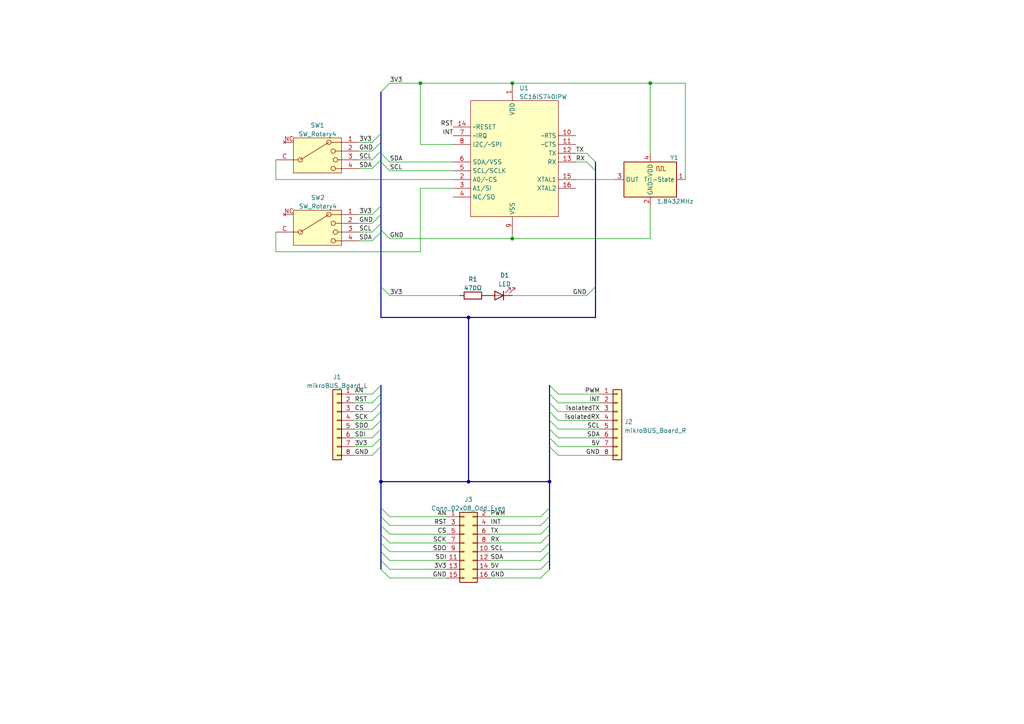
<source format=kicad_sch>
(kicad_sch (version 20211123) (generator eeschema)
  (paper "A4")
  (lib_symbols
    (symbol "Connector_Generic:Conn_01x08" (pin_names (offset 1.016) hide)
      (property "Reference" "J" (at 0 10.16 0))
      (property "Value" "Conn_01x08" (at 0 -12.7 0))
      (symbol "Conn_01x08_1_1"
        (rectangle (start -1.27 -10.033) (end 0 -10.287) (stroke (width 0.1524)))
        (rectangle (start -1.27 -7.493) (end 0 -7.747) (stroke (width 0.1524)))
        (rectangle (start -1.27 -4.953) (end 0 -5.207) (stroke (width 0.1524)))
        (rectangle (start -1.27 -2.413) (end 0 -2.667) (stroke (width 0.1524)))
        (rectangle (start -1.27 0.127) (end 0 -0.127) (stroke (width 0.1524)))
        (rectangle (start -1.27 2.667) (end 0 2.413) (stroke (width 0.1524)))
        (rectangle (start -1.27 5.207) (end 0 4.953) (stroke (width 0.1524)))
        (rectangle (start -1.27 7.747) (end 0 7.493) (stroke (width 0.1524)))
        (rectangle (start -1.27 8.89) (end 1.27 -11.43) (stroke (width 0.254)) (fill (type background)))
        (pin passive line (at -5.08 7.62 0) (length 3.81) (name "Pin_1") (number "1"))
        (pin passive line (at -5.08 5.08 0) (length 3.81) (name "Pin_2") (number "2"))
        (pin passive line (at -5.08 2.54 0) (length 3.81) (name "Pin_3") (number "3"))
        (pin passive line (at -5.08 0 0) (length 3.81) (name "Pin_4") (number "4"))
        (pin passive line (at -5.08 -2.54 0) (length 3.81) (name "Pin_5") (number "5"))
        (pin passive line (at -5.08 -5.08 0) (length 3.81) (name "Pin_6") (number "6"))
        (pin passive line (at -5.08 -7.62 0) (length 3.81) (name "Pin_7") (number "7"))
        (pin passive line (at -5.08 -10.16 0) (length 3.81) (name "Pin_8") (number "8"))
      )
    )
    (symbol "Connector_Generic:Conn_02x08_Odd_Even" (pin_names (offset 1.016) hide)
      (property "Reference" "J" (at 1.27 10.16 0))
      (property "Value" "Conn_02x08_Odd_Even" (at 1.27 -12.7 0))
      (symbol "Conn_02x08_Odd_Even_1_1"
        (rectangle (start -1.27 -10.033) (end 0 -10.287) (stroke (width 0.1524)))
        (rectangle (start -1.27 -7.493) (end 0 -7.747) (stroke (width 0.1524)))
        (rectangle (start -1.27 -4.953) (end 0 -5.207) (stroke (width 0.1524)))
        (rectangle (start -1.27 -2.413) (end 0 -2.667) (stroke (width 0.1524)))
        (rectangle (start -1.27 0.127) (end 0 -0.127) (stroke (width 0.1524)))
        (rectangle (start -1.27 2.667) (end 0 2.413) (stroke (width 0.1524)))
        (rectangle (start -1.27 5.207) (end 0 4.953) (stroke (width 0.1524)))
        (rectangle (start -1.27 7.747) (end 0 7.493) (stroke (width 0.1524)))
        (rectangle (start -1.27 8.89) (end 3.81 -11.43) (stroke (width 0.254)) (fill (type background)))
        (rectangle (start 3.81 -10.033) (end 2.54 -10.287) (stroke (width 0.1524)))
        (rectangle (start 3.81 -7.493) (end 2.54 -7.747) (stroke (width 0.1524)))
        (rectangle (start 3.81 -4.953) (end 2.54 -5.207) (stroke (width 0.1524)))
        (rectangle (start 3.81 -2.413) (end 2.54 -2.667) (stroke (width 0.1524)))
        (rectangle (start 3.81 0.127) (end 2.54 -0.127) (stroke (width 0.1524)))
        (rectangle (start 3.81 2.667) (end 2.54 2.413) (stroke (width 0.1524)))
        (rectangle (start 3.81 5.207) (end 2.54 4.953) (stroke (width 0.1524)))
        (rectangle (start 3.81 7.747) (end 2.54 7.493) (stroke (width 0.1524)))
        (pin passive line (at -5.08 7.62 0) (length 3.81) (name "Pin_1") (number "1"))
        (pin passive line (at 7.62 -2.54 180) (length 3.81) (name "Pin_10") (number "10"))
        (pin passive line (at -5.08 -5.08 0) (length 3.81) (name "Pin_11") (number "11"))
        (pin passive line (at 7.62 -5.08 180) (length 3.81) (name "Pin_12") (number "12"))
        (pin passive line (at -5.08 -7.62 0) (length 3.81) (name "Pin_13") (number "13"))
        (pin passive line (at 7.62 -7.62 180) (length 3.81) (name "Pin_14") (number "14"))
        (pin passive line (at -5.08 -10.16 0) (length 3.81) (name "Pin_15") (number "15"))
        (pin passive line (at 7.62 -10.16 180) (length 3.81) (name "Pin_16") (number "16"))
        (pin passive line (at 7.62 7.62 180) (length 3.81) (name "Pin_2") (number "2"))
        (pin passive line (at -5.08 5.08 0) (length 3.81) (name "Pin_3") (number "3"))
        (pin passive line (at 7.62 5.08 180) (length 3.81) (name "Pin_4") (number "4"))
        (pin passive line (at -5.08 2.54 0) (length 3.81) (name "Pin_5") (number "5"))
        (pin passive line (at 7.62 2.54 180) (length 3.81) (name "Pin_6") (number "6"))
        (pin passive line (at -5.08 0 0) (length 3.81) (name "Pin_7") (number "7"))
        (pin passive line (at 7.62 0 180) (length 3.81) (name "Pin_8") (number "8"))
        (pin passive line (at -5.08 -2.54 0) (length 3.81) (name "Pin_9") (number "9"))
      )
    )
    (symbol "Device:LED" (pin_numbers hide) (pin_names (offset 1.016) hide)
      (property "Reference" "D" (at 0 2.54 0))
      (property "Value" "LED" (at 0 -2.54 0))
      (symbol "LED_0_1"
        (polyline (pts (xy -1.27 -1.27) (xy -1.27 1.27)) (stroke (width 0.254)))
        (polyline (pts (xy -1.27 0) (xy 1.27 0)))
        (polyline (pts (xy 1.27 -1.27) (xy 1.27 1.27) (xy -1.27 0) (xy 1.27 -1.27)) (stroke (width 0.254)))
        (polyline (pts (xy -3.048 -0.762) (xy -4.572 -2.286) (xy -3.81 -2.286) (xy -4.572 -2.286) (xy -4.572 -1.524)))
        (polyline (pts (xy -1.778 -0.762) (xy -3.302 -2.286) (xy -2.54 -2.286) (xy -3.302 -2.286) (xy -3.302 -1.524)))
      )
      (symbol "LED_1_1"
        (pin passive line (at -3.81 0 0) (length 2.54) (name "K") (number "1"))
        (pin passive line (at 3.81 0 180) (length 2.54) (name "A") (number "2"))
      )
    )
    (symbol "Device:R" (pin_numbers hide) (pin_names (offset 0))
      (property "Reference" "R" (at 2.032 0 90))
      (property "Value" "R" (at 0 0 90))
      (symbol "R_0_1"
        (rectangle (start -1.016 -2.54) (end 1.016 2.54) (stroke (width 0.254)))
      )
      (symbol "R_1_1"
        (pin passive line (at 0 3.81 270) (length 1.27) (name "~") (number "1"))
        (pin passive line (at 0 -3.81 90) (length 1.27) (name "~") (number "2"))
      )
    )
    (symbol "Interface_I2C:SC16IS740IPW"
      (property "Reference" "U" (at 10.795 17.78 0))
      (property "Value" "SC16IS740IPW" (at 7.112 -18.542 0))
      (symbol "SC16IS740IPW_0_1"
        (rectangle (start -12.065 16.51) (end 13.335 -17.145) (stroke (width 0.1524)) (fill (type background)))
      )
      (symbol "SC16IS740IPW_1_1"
        (pin power_in line (at 0 21.59 270) (length 5.08) (name "VDD") (number "1"))
        (pin output line (at 18.415 6.35 180) (length 5.08) (name "~RTS") (number "10"))
        (pin input line (at 18.415 3.81 180) (length 5.08) (name "~CTS") (number "11"))
        (pin output line (at 18.415 1.27 180) (length 5.08) (name "TX") (number "12"))
        (pin input line (at 18.415 -1.27 180) (length 5.08) (name "RX") (number "13"))
        (pin input line (at -17.145 8.89 0) (length 5.08) (name "~RESET") (number "14"))
        (pin input line (at 18.415 -6.35 180) (length 5.08) (name "XTAL1") (number "15"))
        (pin output line (at 18.415 -8.89 180) (length 5.08) (name "XTAL2") (number "16"))
        (pin input line (at -17.145 -6.35 0) (length 5.08) (name "A0/~CS") (number "2"))
        (pin input line (at -17.145 -8.89 0) (length 5.08) (name "A1/SI") (number "3"))
        (pin output line (at -17.145 -11.43 0) (length 5.08) (name "NC/SO") (number "4"))
        (pin input line (at -17.145 -3.81 0) (length 5.08) (name "SCL/SCLK") (number "5"))
        (pin bidirectional line (at -17.145 -1.27 0) (length 5.08) (name "SDA/VSS") (number "6"))
        (pin output line (at -17.145 6.35 0) (length 5.08) (name "~IRQ") (number "7"))
        (pin input line (at -17.145 3.81 0) (length 5.08) (name "I2C/~SPI") (number "8"))
        (pin power_in line (at 0 -22.225 90) (length 5.08) (name "VSS") (number "9"))
      )
    )
    (symbol "Oscillator:ECS-2520MV-xxx-xx"
      (property "Reference" "X" (at -5.08 6.35 0))
      (property "Value" "ECS-2520MV-xxx-xx" (at 1.27 -6.35 0))
      (symbol "ECS-2520MV-xxx-xx_0_1"
        (rectangle (start -7.62 5.08) (end 7.62 -5.08) (stroke (width 0.254)) (fill (type background)))
        (polyline (pts (xy -4.445 2.54) (xy -3.81 2.54) (xy -3.81 3.81) (xy -3.175 3.81) (xy -3.175 2.54) (xy -2.54 2.54) (xy -2.54 3.81) (xy -1.905 3.81) (xy -1.905 2.54)))
      )
      (symbol "ECS-2520MV-xxx-xx_1_1"
        (pin input line (at -10.16 0 0) (length 2.54) (name "Tri-State") (number "1"))
        (pin power_in line (at 0 -7.62 90) (length 2.54) (name "GND") (number "2"))
        (pin output line (at 10.16 0 180) (length 2.54) (name "OUT") (number "3"))
        (pin power_in line (at 0 7.62 270) (length 2.54) (name "VDD") (number "4"))
      )
    )
    (symbol "Switch_Rotary:SW_Rotary4" (pin_names (offset 1.016) hide)
      (property "Reference" "SW" (at 0 7.62 0))
      (property "Value" "SW_Rotary4" (at 0 -5.08 0))
      (symbol "SW_Rotary4_0_0"
        (circle (center -4.953 0) (radius 0.635))
        (polyline (pts (xy -4.953 0) (xy 3.302 5.08)))
        (polyline (pts (xy 3.937 5.08) (xy 6.985 5.08)))
        (polyline (pts (xy 5.207 -2.54) (xy 6.985 -2.54)))
        (polyline (pts (xy 5.207 2.54) (xy 6.985 2.54)))
        (polyline (pts (xy 5.842 0) (xy 6.985 0)))
        (circle (center 3.302 5.08) (radius 0.635))
        (circle (center 4.572 -2.54) (radius 0.635))
        (circle (center 4.572 2.54) (radius 0.635))
        (circle (center 5.207 0) (radius 0.635))
      )
      (symbol "SW_Rotary4_0_1"
        (rectangle (start -6.985 6.35) (end 6.985 -3.81) (stroke (width 0.1524)) (fill (type background)))
        (polyline (pts (xy -6.985 0) (xy -5.588 0)) (stroke (width 0.1524)))
        (pin passive line (at 12.065 5.08 180) (length 5.08) (name "1") (number "1"))
        (pin passive line (at 12.065 2.54 180) (length 5.08) (name "2") (number "2"))
        (pin passive line (at 12.065 0 180) (length 5.08) (name "3") (number "3"))
        (pin passive line (at 12.065 -2.54 180) (length 5.08) (name "4") (number "4"))
        (pin passive line (at -12.065 0 0) (length 5.08) (name "C") (number "C"))
        (pin no_connect line (at -9.525 5.08 0) (length 2.54) (name "NC") (number "NC"))
      )
    )
  )
  (junction (at 188.595 24.13))
  (junction (at 148.59 24.13))
  (junction (at 148.59 69.215))
  (junction (at 110.49 139.7))
  (junction (at 159.385 139.7))
  (junction (at 135.89 92.075))
  (junction (at 121.92 24.13))
  (junction (at 135.89 139.7))
  (bus_entry (at 110.49 64.77) (size -2.54 2.54))
  (bus_entry (at 110.49 114.3) (size -2.54 2.54))
  (bus_entry (at 110.49 111.76) (size -2.54 2.54))
  (bus_entry (at 110.49 165.1) (size 2.54 2.54))
  (bus_entry (at 110.49 162.56) (size 2.54 2.54))
  (bus_entry (at 110.49 149.86) (size 2.54 2.54))
  (bus_entry (at 110.49 147.32) (size 2.54 2.54))
  (bus_entry (at 110.49 124.46) (size -2.54 2.54))
  (bus_entry (at 110.49 121.92) (size -2.54 2.54))
  (bus_entry (at 110.49 119.38) (size -2.54 2.54))
  (bus_entry (at 110.49 116.84) (size -2.54 2.54))
  (bus_entry (at 159.385 149.86) (size -2.54 2.54))
  (bus_entry (at 159.385 147.32) (size -2.54 2.54))
  (bus_entry (at 159.385 160.02) (size -2.54 2.54))
  (bus_entry (at 159.385 157.48) (size -2.54 2.54))
  (bus_entry (at 159.385 162.56) (size -2.54 2.54))
  (bus_entry (at 159.385 165.1) (size -2.54 2.54))
  (bus_entry (at 159.385 154.94) (size -2.54 2.54))
  (bus_entry (at 159.385 152.4) (size -2.54 2.54))
  (bus_entry (at 110.49 62.23) (size -2.54 2.54))
  (bus_entry (at 110.49 67.31) (size -2.54 2.54))
  (bus_entry (at 110.49 83.185) (size 2.54 2.54))
  (bus_entry (at 172.72 83.185) (size -2.54 2.54))
  (bus_entry (at 170.18 46.99) (size 2.54 2.54))
  (bus_entry (at 170.18 44.45) (size 2.54 2.54))
  (bus_entry (at 110.49 59.69) (size -2.54 2.54))
  (bus_entry (at 110.49 38.735) (size -2.54 2.54))
  (bus_entry (at 110.49 160.02) (size 2.54 2.54))
  (bus_entry (at 110.49 157.48) (size 2.54 2.54))
  (bus_entry (at 110.49 152.4) (size 2.54 2.54))
  (bus_entry (at 110.49 154.94) (size 2.54 2.54))
  (bus_entry (at 159.385 129.54) (size 2.54 2.54))
  (bus_entry (at 159.385 127) (size 2.54 2.54))
  (bus_entry (at 159.385 124.46) (size 2.54 2.54))
  (bus_entry (at 159.385 114.3) (size 2.54 2.54))
  (bus_entry (at 159.385 111.76) (size 2.54 2.54))
  (bus_entry (at 159.385 121.92) (size 2.54 2.54))
  (bus_entry (at 159.385 119.38) (size 2.54 2.54))
  (bus_entry (at 159.385 116.84) (size 2.54 2.54))
  (bus_entry (at 110.49 46.99) (size 2.54 2.54))
  (bus_entry (at 110.49 41.275) (size -2.54 2.54))
  (bus_entry (at 110.49 66.675) (size 2.54 2.54))
  (bus_entry (at 110.49 44.45) (size 2.54 2.54))
  (bus_entry (at 113.03 24.13) (size -2.54 2.54))
  (bus_entry (at 110.49 127) (size -2.54 2.54))
  (bus_entry (at 110.49 129.54) (size -2.54 2.54))
  (bus_entry (at 110.49 46.355) (size -2.54 2.54))
  (bus_entry (at 110.49 43.815) (size -2.54 2.54))
  (wire (pts (xy 104.14 48.895) (xy 107.95 48.895)))
  (wire (pts (xy 188.595 44.45) (xy 188.595 24.13)))
  (bus (pts (xy 110.49 139.7) (xy 135.89 139.7)))
  (wire (pts (xy 142.24 149.86) (xy 156.845 149.86)))
  (bus (pts (xy 159.385 157.48) (xy 159.385 160.02)))
  (wire (pts (xy 142.24 162.56) (xy 156.845 162.56)))
  (wire (pts (xy 104.14 41.275) (xy 107.95 41.275)))
  (bus (pts (xy 110.49 114.3) (xy 110.49 116.84)))
  (wire (pts (xy 121.92 24.13) (xy 148.59 24.13)))
  (bus (pts (xy 159.385 160.02) (xy 159.385 162.56)))
  (wire (pts (xy 148.59 67.945) (xy 148.59 69.215)))
  (bus (pts (xy 110.49 152.4) (xy 110.49 154.94)))
  (bus (pts (xy 110.49 46.99) (xy 110.49 59.69)))
  (bus (pts (xy 159.385 129.54) (xy 159.385 139.7)))
  (bus (pts (xy 159.385 116.84) (xy 159.385 119.38)))
  (wire (pts (xy 188.595 24.13) (xy 148.59 24.13)))
  (wire (pts (xy 142.24 165.1) (xy 156.845 165.1)))
  (bus (pts (xy 135.89 92.075) (xy 135.89 139.7)))
  (bus (pts (xy 110.49 46.355) (xy 110.49 46.99)))
  (wire (pts (xy 142.24 152.4) (xy 156.845 152.4)))
  (wire (pts (xy 131.445 41.91) (xy 121.92 41.91)))
  (wire (pts (xy 113.03 152.4) (xy 129.54 152.4)))
  (bus (pts (xy 172.72 46.99) (xy 172.72 49.53)))
  (bus (pts (xy 135.89 92.075) (xy 110.49 92.075)))
  (wire (pts (xy 148.59 85.725) (xy 170.18 85.725)))
  (wire (pts (xy 161.925 124.46) (xy 173.99 124.46)))
  (bus (pts (xy 110.49 67.31) (xy 110.49 83.185)))
  (wire (pts (xy 102.87 127) (xy 107.95 127)))
  (bus (pts (xy 110.49 127) (xy 110.49 129.54)))
  (bus (pts (xy 110.49 62.23) (xy 110.49 64.77)))
  (bus (pts (xy 110.49 41.275) (xy 110.49 43.815)))
  (wire (pts (xy 104.14 62.23) (xy 107.95 62.23)))
  (bus (pts (xy 110.49 149.86) (xy 110.49 152.4)))
  (wire (pts (xy 198.755 52.07) (xy 198.755 24.13)))
  (wire (pts (xy 198.755 24.13) (xy 188.595 24.13)))
  (wire (pts (xy 161.925 116.84) (xy 173.99 116.84)))
  (bus (pts (xy 135.89 92.075) (xy 172.72 92.075)))
  (wire (pts (xy 161.925 132.08) (xy 173.99 132.08)))
  (bus (pts (xy 110.49 116.84) (xy 110.49 119.38)))
  (bus (pts (xy 159.385 119.38) (xy 159.385 121.92)))
  (bus (pts (xy 110.49 43.815) (xy 110.49 44.45)))
  (bus (pts (xy 110.49 157.48) (xy 110.49 160.02)))
  (bus (pts (xy 110.49 147.32) (xy 110.49 149.86)))
  (bus (pts (xy 110.49 124.46) (xy 110.49 127)))
  (bus (pts (xy 159.385 139.7) (xy 159.385 147.32)))
  (wire (pts (xy 104.14 43.815) (xy 107.95 43.815)))
  (wire (pts (xy 167.005 46.99) (xy 170.18 46.99)))
  (bus (pts (xy 159.385 114.3) (xy 159.385 116.84)))
  (wire (pts (xy 113.03 46.99) (xy 131.445 46.99)))
  (wire (pts (xy 104.14 67.31) (xy 107.95 67.31)))
  (wire (pts (xy 142.24 157.48) (xy 156.845 157.48)))
  (wire (pts (xy 113.03 167.64) (xy 129.54 167.64)))
  (wire (pts (xy 113.03 85.725) (xy 133.35 85.725)))
  (wire (pts (xy 113.03 165.1) (xy 129.54 165.1)))
  (wire (pts (xy 113.03 149.86) (xy 129.54 149.86)))
  (wire (pts (xy 80.01 73.025) (xy 80.01 67.31)))
  (bus (pts (xy 110.49 121.92) (xy 110.49 124.46)))
  (bus (pts (xy 159.385 154.94) (xy 159.385 157.48)))
  (wire (pts (xy 102.87 132.08) (xy 107.95 132.08)))
  (wire (pts (xy 104.14 69.85) (xy 107.95 69.85)))
  (wire (pts (xy 102.87 114.3) (xy 107.95 114.3)))
  (wire (pts (xy 142.24 154.94) (xy 156.845 154.94)))
  (wire (pts (xy 102.87 121.92) (xy 107.95 121.92)))
  (wire (pts (xy 102.87 116.84) (xy 107.95 116.84)))
  (bus (pts (xy 110.49 83.185) (xy 110.49 92.075)))
  (wire (pts (xy 161.925 129.54) (xy 173.99 129.54)))
  (wire (pts (xy 113.03 157.48) (xy 129.54 157.48)))
  (wire (pts (xy 148.59 69.215) (xy 188.595 69.215)))
  (bus (pts (xy 159.385 152.4) (xy 159.385 154.94)))
  (bus (pts (xy 172.72 49.53) (xy 172.72 83.185)))
  (bus (pts (xy 172.72 83.185) (xy 172.72 92.075)))
  (bus (pts (xy 110.49 38.735) (xy 110.49 41.275)))
  (bus (pts (xy 110.49 26.67) (xy 110.49 38.735)))
  (wire (pts (xy 148.59 69.215) (xy 113.03 69.215)))
  (wire (pts (xy 113.03 49.53) (xy 131.445 49.53)))
  (wire (pts (xy 102.87 124.46) (xy 107.95 124.46)))
  (wire (pts (xy 104.14 46.355) (xy 107.95 46.355)))
  (bus (pts (xy 159.385 149.86) (xy 159.385 152.4)))
  (bus (pts (xy 110.49 160.02) (xy 110.49 162.56)))
  (wire (pts (xy 142.24 160.02) (xy 156.845 160.02)))
  (wire (pts (xy 80.01 52.07) (xy 80.01 46.355)))
  (wire (pts (xy 167.005 44.45) (xy 170.18 44.45)))
  (bus (pts (xy 159.385 147.32) (xy 159.385 149.86)))
  (bus (pts (xy 159.385 127) (xy 159.385 129.54)))
  (wire (pts (xy 102.87 119.38) (xy 107.95 119.38)))
  (wire (pts (xy 161.925 114.3) (xy 173.99 114.3)))
  (wire (pts (xy 113.03 162.56) (xy 129.54 162.56)))
  (bus (pts (xy 110.49 119.38) (xy 110.49 121.92)))
  (wire (pts (xy 121.92 54.61) (xy 121.92 73.025)))
  (wire (pts (xy 142.24 167.64) (xy 156.845 167.64)))
  (wire (pts (xy 113.03 24.13) (xy 121.92 24.13)))
  (bus (pts (xy 110.49 64.77) (xy 110.49 66.675)))
  (bus (pts (xy 159.385 111.76) (xy 159.385 114.3)))
  (wire (pts (xy 131.445 54.61) (xy 121.92 54.61)))
  (wire (pts (xy 161.925 119.38) (xy 173.99 119.38)))
  (bus (pts (xy 159.385 124.46) (xy 159.385 127)))
  (wire (pts (xy 113.03 154.94) (xy 129.54 154.94)))
  (wire (pts (xy 188.595 69.215) (xy 188.595 59.69)))
  (bus (pts (xy 110.49 162.56) (xy 110.49 165.1)))
  (wire (pts (xy 161.925 121.92) (xy 173.99 121.92)))
  (bus (pts (xy 110.49 111.76) (xy 110.49 114.3)))
  (wire (pts (xy 161.925 127) (xy 173.99 127)))
  (wire (pts (xy 104.14 64.77) (xy 107.95 64.77)))
  (bus (pts (xy 110.49 129.54) (xy 110.49 139.7)))
  (bus (pts (xy 159.385 162.56) (xy 159.385 165.1)))
  (bus (pts (xy 110.49 66.675) (xy 110.49 67.31)))
  (bus (pts (xy 159.385 121.92) (xy 159.385 124.46)))
  (bus (pts (xy 110.49 59.69) (xy 110.49 62.23)))
  (bus (pts (xy 135.89 139.7) (xy 159.385 139.7)))
  (bus (pts (xy 110.49 44.45) (xy 110.49 46.355)))
  (wire (pts (xy 121.92 24.13) (xy 121.92 41.91)))
  (bus (pts (xy 110.49 154.94) (xy 110.49 157.48)))
  (wire (pts (xy 121.92 73.025) (xy 80.01 73.025)))
  (wire (pts (xy 107.95 129.54) (xy 102.87 129.54)))
  (wire (pts (xy 113.03 160.02) (xy 129.54 160.02)))
  (wire (pts (xy 167.005 52.07) (xy 178.435 52.07)))
  (wire (pts (xy 80.01 52.07) (xy 131.445 52.07)))
  (bus (pts (xy 110.49 139.7) (xy 110.49 147.32)))
  (label "3V3" (at 113.03 24.13 0))
  (label "SDA" (at 104.14 48.895 0))
  (label "GND" (at 102.87 132.08 0))
  (label "GND" (at 129.54 167.64 180))
  (label "SDA" (at 173.99 127 180))
  (label "SCK" (at 102.87 121.92 0))
  (label "TX" (at 142.24 154.94 0))
  (label "isolatedTX" (at 173.99 119.38 180))
  (label "3V3" (at 113.03 85.725 0))
  (label "CS" (at 102.87 119.38 0))
  (label "RX" (at 167.005 46.99 0))
  (label "INT" (at 173.99 116.84 180))
  (label "SDO" (at 129.54 160.02 180))
  (label "SDA" (at 142.24 162.56 0))
  (label "CS" (at 129.54 154.94 180))
  (label "GND" (at 113.03 69.215 0))
  (label "SDA" (at 104.14 69.85 0))
  (label "SDI" (at 102.87 127 0))
  (label "RST" (at 129.54 152.4 180))
  (label "TX" (at 167.005 44.45 0))
  (label "5V" (at 142.24 165.1 0))
  (label "SCL" (at 142.24 160.02 0))
  (label "PWM" (at 173.99 114.3 180))
  (label "RST" (at 131.445 36.83 180))
  (label "PWM" (at 142.24 149.86 0))
  (label "isolatedRX" (at 173.99 121.92 180))
  (label "RST" (at 102.87 116.84 0))
  (label "AN" (at 129.54 149.86 180))
  (label "RX" (at 142.24 157.48 0))
  (label "AN" (at 102.87 114.3 0))
  (label "SDO" (at 102.87 124.46 0))
  (label "SCL" (at 113.03 49.53 0))
  (label "SCL" (at 173.99 124.46 180))
  (label "GND" (at 104.14 43.815 0))
  (label "SDI" (at 129.54 162.56 180))
  (label "INT" (at 131.445 39.37 180))
  (label "SDA" (at 113.03 46.99 0))
  (label "GND" (at 104.14 64.77 0))
  (label "GND" (at 173.99 132.08 180))
  (label "5V" (at 173.99 129.54 180))
  (label "3V3" (at 102.87 129.54 0))
  (label "SCL" (at 104.14 67.31 0))
  (label "3V3" (at 104.14 62.23 0))
  (label "GND" (at 142.24 167.64 0))
  (label "SCL" (at 104.14 46.355 0))
  (label "3V3" (at 129.54 165.1 180))
  (label "INT" (at 142.24 152.4 0))
  (label "3V3" (at 104.14 41.275 0))
  (label "SCK" (at 129.54 157.48 180))
  (label "GND" (at 170.18 85.725 180))
  (symbol (lib_id "Connector_Generic:Conn_01x08") (at 97.79 121.92 0) (mirror y) (unit 1)
    (property "Reference" "J1" (at 97.79 109.3302 0))
    (property "Value" "mikroBUS_Board_L" (at 97.79 111.8671 0))
    (property "Footprint" "Connector_PinHeader_2.54mm:PinHeader_1x08_P2.54mm_Vertical" (effects hide))
  )
  (symbol (lib_id "Switch_Rotary:SW_Rotary4") (at 92.075 67.31 0) (unit 1)
    (property "Reference" "SW2" (at 92.202 57.311 0))
    (property "Value" "SW_Rotary4" (at 92.202 59.8479 0))
    (property "Footprint" "Button_Switch_SMD_Custom:Nidec_Copal_CS-4-14NB" (effects hide))
    (property "Mouser" "229-CS-4-14NTB" (effects hide))
  )
  (symbol (lib_id "Interface_I2C:SC16IS740IPW") (at 148.59 45.72 0) (unit 1)
    (property "Reference" "U1" (at 150.6094 25.561 0) (effects (justify left)))
    (property "Value" "SC16IS740IPW" (at 150.6094 28.0979 0) (effects (justify left)))
    (property "Footprint" "Package_SO:TSSOP-16_4.4x5mm_P0.65mm" (effects hide))
    (property "Mouser" "771-SC16IS0IPW128" (effects hide))
  )
  (symbol (lib_id "Oscillator:ECS-2520MV-xxx-xx") (at 188.595 52.07 0) (mirror y) (unit 1)
    (property "Reference" "Y1" (at 194.31 45.72 0) (effects (justify right)))
    (property "Value" "1.8432MHz" (at 190.5 58.42 0) (effects (justify right)))
    (property "Footprint" "Oscillator:Oscillator_SMD_ECS_2520MV-xxx-xx-4Pin_2.5x2.0mm" (effects hide))
    (property "Datasheet" "https://www.ecsxtal.com/store/pdf/ECS-2520MV.pdf" (effects hide))
    (property "Mouser" "520-3225MVLC-018CNTR" (effects hide))
  )
  (symbol (lib_id "Connector_Generic:Conn_02x08_Odd_Even") (at 134.62 157.48 0) (unit 1)
    (property "Reference" "J3" (at 135.89 144.8902 0))
    (property "Value" "Conn_02x08_Odd_Even" (at 135.89 147.4271 0))
    (property "Footprint" "Connector_PinHeader_1.27mm_LowProfile:CNC_3221-16-0300-00" (effects hide))
  )
  (symbol (lib_id "Device:R") (at 137.16 85.725 90) (unit 1)
    (property "Reference" "R1" (at 137.16 81.0092 90))
    (property "Value" "470Ω" (at 137.16 83.5461 90))
    (property "Footprint" "Resistor_SMD:R_0805_2012Metric" (effects hide))
  )
  (symbol (lib_id "Device:LED") (at 144.78 85.725 180) (unit 1)
    (property "Reference" "D1" (at 146.3675 79.8662 0))
    (property "Value" "LED" (at 146.3675 82.4031 0))
    (property "Footprint" "LED_SMD:LED_0805_2012Metric" (effects hide))
  )
  (symbol (lib_id "Switch_Rotary:SW_Rotary4") (at 92.075 46.355 0) (unit 1)
    (property "Reference" "SW1" (at 92.075 36.356 0))
    (property "Value" "SW_Rotary4" (at 92.075 38.8929 0))
    (property "Footprint" "Button_Switch_SMD_Custom:Nidec_Copal_CS-4-14NB" (effects hide))
    (property "Mouser" "229-CS-4-14NTB" (effects hide))
  )
  (symbol (lib_id "Connector_Generic:Conn_01x08") (at 179.07 121.92 0) (unit 1)
    (property "Reference" "J2" (at 181.102 122.3553 0) (effects (justify left)))
    (property "Value" "mikroBUS_Board_R" (at 181.102 124.8922 0) (effects (justify left)))
    (property "Footprint" "Connector_PinHeader_2.54mm:PinHeader_1x08_P2.54mm_Vertical" (effects hide))
  )
)
</source>
